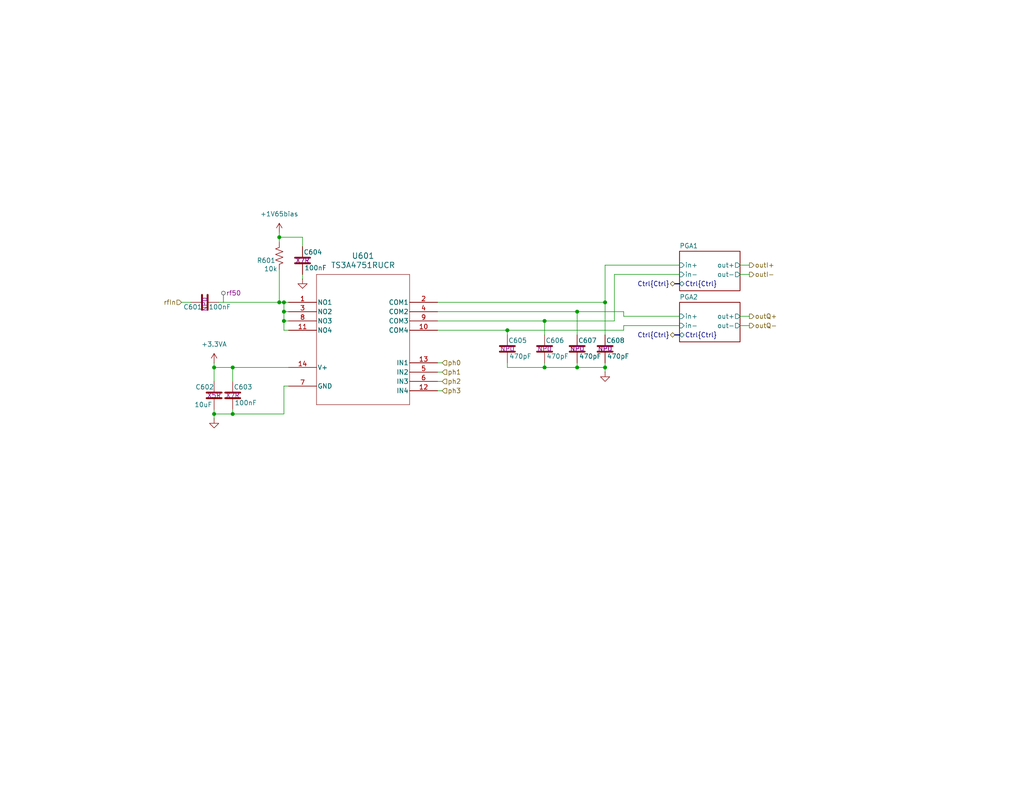
<source format=kicad_sch>
(kicad_sch (version 20250114) (generator "eeschema") (generator_version "9.0")
  (paper "USLetter")
  (title_block (title "QSD") (date "2025-10-13") (company "WB7NAB") (comment 1 "Alan Mimms"))
  (lib_symbols
    (symbol "Device:C" (pin_numbers (hide yes)) (pin_names (offset 0.254))
      (property "Reference" "C" (at 0.635 2.54 0))
      (property "Value" "C" (at 0.635 -2.54 0))
      (symbol "C_0_1"
        (polyline (pts (xy -2.032 0.762) (xy 2.032 0.762)) (stroke (width 0.508)))
        (polyline (pts (xy -2.032 -0.762) (xy 2.032 -0.762)) (stroke (width 0.508)))
      )
      (symbol "C_1_1"
        (pin passive line (at 0 3.81 270) (length 2.794) (name "~") (number "1"))
        (pin passive line (at 0 -3.81 90) (length 2.794) (name "~") (number "2"))
      )
    )
    (symbol "Device:R_US" (pin_numbers (hide yes)) (pin_names (offset 0))
      (property "Reference" "R" (at 2.54 0 90))
      (property "Value" "R_US" (at -2.54 0 90))
      (symbol "R_US_0_1"
        (polyline (pts (xy 0 2.286) (xy 0 2.54)))
        (polyline (pts (xy 0 2.286) (xy 1.016 1.905) (xy 0 1.524) (xy -1.016 1.143) (xy 0 0.762)))
        (polyline (pts (xy 0 0.762) (xy 1.016 0.381) (xy 0 0) (xy -1.016 -0.381) (xy 0 -0.762)))
        (polyline (pts (xy 0 -0.762) (xy 1.016 -1.143) (xy 0 -1.524) (xy -1.016 -1.905) (xy 0 -2.286)))
        (polyline (pts (xy 0 -2.286) (xy 0 -2.54)))
      )
      (symbol "R_US_1_1"
        (pin passive line (at 0 3.81 270) (length 1.27) (name "~") (number "1"))
        (pin passive line (at 0 -3.81 90) (length 1.27) (name "~") (number "2"))
      )
    )
    (symbol "Library:TS3A4751RUCR" (pin_names (offset 0.254))
      (property "Reference" "U" (at 20.32 12.7 0))
      (property "Value" "TS3A4751RUCR" (at 20.32 10.16 0))
      (symbol "TS3A4751RUCR_0_1"
        (polyline (pts (xy 7.62 7.62) (xy 7.62 -27.94)) (stroke (width 0.127)))
        (polyline (pts (xy 7.62 -27.94) (xy 33.02 -27.94)) (stroke (width 0.127)))
        (polyline (pts (xy 33.02 7.62) (xy 7.62 7.62)) (stroke (width 0.127)))
        (polyline (pts (xy 33.02 -27.94) (xy 33.02 7.62)) (stroke (width 0.127)))
        (pin power_in line (at 0 -17.78 0) (length 7.62) (name "V+") (number "14"))
        (pin power_in line (at 0 -22.86 0) (length 7.62) (name "GND") (number "7"))
        (pin bidirectional line (at 40.64 0 180) (length 7.62) (name "COM1") (number "2"))
        (pin bidirectional line (at 40.64 -2.54 180) (length 7.62) (name "COM2") (number "4"))
        (pin bidirectional line (at 40.64 -5.08 180) (length 7.62) (name "COM3") (number "9"))
        (pin bidirectional line (at 40.64 -7.62 180) (length 7.62) (name "COM4") (number "10"))
        (pin bidirectional line (at 40.64 -16.51 180) (length 7.62) (name "IN1") (number "13"))
        (pin input line (at 40.64 -19.05 180) (length 7.62) (name "IN2") (number "5"))
        (pin input line (at 40.64 -21.59 180) (length 7.62) (name "IN3") (number "6"))
        (pin input line (at 40.64 -24.13 180) (length 7.62) (name "IN4") (number "12"))
      )
      (symbol "TS3A4751RUCR_1_1"
        (pin input line (at 0 0 0) (length 7.62) (name "NO1") (number "1"))
        (pin bidirectional line (at 0 -2.54 0) (length 7.62) (name "NO2") (number "3"))
        (pin bidirectional line (at 0 -5.08 0) (length 7.62) (name "NO3") (number "8"))
        (pin bidirectional line (at 0 -7.62 0) (length 7.62) (name "NO4") (number "11"))
      )
    )
    (symbol "power:+1V35" (power) (pin_numbers (hide yes)) (pin_names (offset 0) (hide yes))
      (property "Value" "+1V35" (at 0 3.556 0))
      (symbol "+1V35_0_1"
        (polyline (pts (xy -0.762 1.27) (xy 0 2.54)))
        (polyline (pts (xy 0 2.54) (xy 0.762 1.27)))
        (polyline (pts (xy 0 0) (xy 0 2.54)))
      )
      (symbol "+1V35_1_1"
        (pin power_in line (at 0 0 90) (length 0) (name "~") (number "1"))
      )
    )
    (symbol "power:+3.3VA" (power) (pin_numbers (hide yes)) (pin_names (offset 0) (hide yes))
      (property "Value" "+3.3VA" (at 0 3.556 0))
      (symbol "+3.3VA_0_1"
        (polyline (pts (xy -0.762 1.27) (xy 0 2.54)))
        (polyline (pts (xy 0 2.54) (xy 0.762 1.27)))
        (polyline (pts (xy 0 0) (xy 0 2.54)))
      )
      (symbol "+3.3VA_1_1"
        (pin power_in line (at 0 0 90) (length 0) (name "~") (number "1"))
      )
    )
    (symbol "power:GND" (power) (pin_numbers (hide yes)) (pin_names (offset 0) (hide yes))
      (property "Value" "GND" (at 0 -3.81 0))
      (symbol "GND_0_1"
        (polyline (pts (xy 0 0) (xy 0 -1.27) (xy 1.27 -1.27) (xy 0 -2.54) (xy -1.27 -1.27) (xy 0 -1.27)))
      )
      (symbol "GND_1_1"
        (pin power_in line (at 0 0 270) (length 0) (name "~") (number "1"))
      )
    )
  )
  (junction (at 77.47 82.55))
  (junction (at 148.59 87.63))
  (junction (at 58.42 100.33))
  (junction (at 76.2 64.77))
  (junction (at 77.47 85.09))
  (junction (at 63.5 100.33))
  (junction (at 63.5 113.03))
  (junction (at 138.43 90.17))
  (junction (at 58.42 113.03))
  (junction (at 165.1 100.33))
  (junction (at 148.59 100.33))
  (junction (at 157.48 100.33))
  (junction (at 77.47 87.63))
  (junction (at 165.1 82.55))
  (junction (at 157.48 85.09))
  (junction (at 76.2 82.55))
  (wire (pts (xy 119.38 104.14) (xy 120.65 104.14)))
  (wire (pts (xy 148.59 87.63) (xy 167.64 87.63)))
  (wire (pts (xy 170.18 88.9) (xy 185.42 88.9)))
  (wire (pts (xy 77.47 113.03) (xy 63.5 113.03)))
  (wire (pts (xy 76.2 73.66) (xy 76.2 82.55)))
  (wire (pts (xy 63.5 111.76) (xy 63.5 113.03)))
  (wire (pts (xy 58.42 111.76) (xy 58.42 113.03)))
  (wire (pts (xy 59.69 82.55) (xy 76.2 82.55)))
  (bus (pts (xy 184.15 91.44) (xy 185.42 91.44)))
  (wire (pts (xy 58.42 100.33) (xy 63.5 100.33)))
  (wire (pts (xy 58.42 100.33) (xy 58.42 104.14)))
  (wire (pts (xy 82.55 74.93) (xy 82.55 76.2)))
  (wire (pts (xy 82.55 67.31) (xy 82.55 64.77)))
  (wire (pts (xy 77.47 85.09) (xy 78.74 85.09)))
  (wire (pts (xy 119.38 99.06) (xy 120.65 99.06)))
  (bus (pts (xy 184.15 77.47) (xy 185.42 77.47)))
  (wire (pts (xy 138.43 90.17) (xy 170.18 90.17)))
  (wire (pts (xy 148.59 100.33) (xy 157.48 100.33)))
  (wire (pts (xy 119.38 90.17) (xy 138.43 90.17)))
  (wire (pts (xy 63.5 100.33) (xy 63.5 104.14)))
  (wire (pts (xy 165.1 82.55) (xy 165.1 91.44)))
  (wire (pts (xy 76.2 63.5) (xy 76.2 64.77)))
  (wire (pts (xy 170.18 85.09) (xy 157.48 85.09)))
  (wire (pts (xy 77.47 105.41) (xy 78.74 105.41)))
  (wire (pts (xy 148.59 91.44) (xy 148.59 87.63)))
  (wire (pts (xy 201.93 74.93) (xy 204.47 74.93)))
  (wire (pts (xy 58.42 99.06) (xy 58.42 100.33)))
  (wire (pts (xy 157.48 100.33) (xy 165.1 100.33)))
  (wire (pts (xy 185.42 86.36) (xy 170.18 86.36)))
  (wire (pts (xy 77.47 87.63) (xy 77.47 90.17)))
  (wire (pts (xy 119.38 101.6) (xy 120.65 101.6)))
  (wire (pts (xy 119.38 87.63) (xy 148.59 87.63)))
  (wire (pts (xy 165.1 99.06) (xy 165.1 100.33)))
  (wire (pts (xy 138.43 99.06) (xy 138.43 100.33)))
  (wire (pts (xy 119.38 82.55) (xy 165.1 82.55)))
  (wire (pts (xy 138.43 90.17) (xy 138.43 91.44)))
  (wire (pts (xy 77.47 87.63) (xy 78.74 87.63)))
  (wire (pts (xy 58.42 113.03) (xy 58.42 114.3)))
  (wire (pts (xy 201.93 86.36) (xy 204.47 86.36)))
  (wire (pts (xy 138.43 100.33) (xy 148.59 100.33)))
  (wire (pts (xy 170.18 90.17) (xy 170.18 88.9)))
  (wire (pts (xy 157.48 85.09) (xy 157.48 91.44)))
  (wire (pts (xy 119.38 106.68) (xy 120.65 106.68)))
  (wire (pts (xy 157.48 99.06) (xy 157.48 100.33)))
  (wire (pts (xy 77.47 105.41) (xy 77.47 113.03)))
  (wire (pts (xy 185.42 72.39) (xy 165.1 72.39)))
  (wire (pts (xy 170.18 86.36) (xy 170.18 85.09)))
  (wire (pts (xy 76.2 64.77) (xy 76.2 66.04)))
  (wire (pts (xy 165.1 100.33) (xy 165.1 101.6)))
  (wire (pts (xy 78.74 90.17) (xy 77.47 90.17)))
  (wire (pts (xy 185.42 74.93) (xy 167.64 74.93)))
  (wire (pts (xy 76.2 82.55) (xy 77.47 82.55)))
  (wire (pts (xy 201.93 88.9) (xy 204.47 88.9)))
  (wire (pts (xy 148.59 99.06) (xy 148.59 100.33)))
  (wire (pts (xy 77.47 82.55) (xy 78.74 82.55)))
  (wire (pts (xy 77.47 82.55) (xy 77.47 85.09)))
  (wire (pts (xy 201.93 72.39) (xy 204.47 72.39)))
  (wire (pts (xy 167.64 74.93) (xy 167.64 87.63)))
  (wire (pts (xy 76.2 64.77) (xy 82.55 64.77)))
  (wire (pts (xy 119.38 85.09) (xy 157.48 85.09)))
  (wire (pts (xy 77.47 87.63) (xy 77.47 85.09)))
  (wire (pts (xy 58.42 113.03) (xy 63.5 113.03)))
  (wire (pts (xy 165.1 72.39) (xy 165.1 82.55)))
  (wire (pts (xy 49.53 82.55) (xy 52.07 82.55)))
  (wire (pts (xy 63.5 100.33) (xy 78.74 100.33)))
  (hierarchical_label "Ctrl{Ctrl}" (shape bidirectional) (at 184.15 91.44 180))
  (hierarchical_label "ph1" (shape input) (at 120.65 101.6 0))
  (hierarchical_label "rfIn" (shape input) (at 49.53 82.55 180))
  (hierarchical_label "outQ-" (shape output) (at 204.47 88.9 0))
  (hierarchical_label "outQ+" (shape output) (at 204.47 86.36 0))
  (hierarchical_label "ph2" (shape input) (at 120.65 104.14 0))
  (hierarchical_label "outI+" (shape output) (at 204.47 72.39 0))
  (hierarchical_label "Ctrl{Ctrl}" (shape bidirectional) (at 184.15 77.47 180))
  (hierarchical_label "ph0" (shape input) (at 120.65 99.06 0))
  (hierarchical_label "outI-" (shape output) (at 204.47 74.93 0))
  (hierarchical_label "ph3" (shape input) (at 120.65 106.68 0))
  (netclass_flag "" (length 2.54) (shape round) (at 60.96 82.55 0) (property "Netclass" "rf50" (at 61.6585 80.01 0) (effects (justify left))))
  (symbol (lib_id "Device:C") (at 63.5 107.95 0) (unit 1)
    (property "Reference" "C403" (at 63.754 105.664 0) (effects (justify left)))
    (property "Value" "100nF" (at 64.008 109.982 0) (effects (justify left)))
    (property "Footprint" "Capacitor_SMD:C_0603_1608Metric" (effects (hide yes)))
    (property "Description" "Unpolarized capacitor" (effects (hide yes)))
    (property "cap-type" "X7R" (at 63.5 107.95 0))
    (property "working-voltage" "50V" (effects (hide yes)))
    (property "Manufacturer_Name" "Kemet" (effects (hide yes)))
    (property "Manufacturer_Part_Number" "C0805F104K1RACAUTO" (effects (hide yes)))
    (property "Mouser Part Number" "80-C0805F104K1RAUTO" (effects (hide yes)))
    (instances (project "NexRig" (path "" (reference "C603") (unit 1)) (path "" (reference "C503") (unit 1)) (path "" (reference "C403") (unit 1))))
  )
  (symbol (lib_id "Device:C") (at 58.42 107.95 0) (mirror y) (unit 1)
    (property "Reference" "C402" (at 58.42 105.664 0) (effects (justify left)))
    (property "Value" "10uF" (at 57.912 110.49 0) (effects (justify left)))
    (property "Footprint" "Capacitor_SMD:C_0603_1608Metric" (effects (hide yes)))
    (property "Description" "Unpolarized capacitor" (effects (hide yes)))
    (property "cap-type" "X5R" (at 58.42 107.95 0))
    (property "working-voltage" "25V" (effects (hide yes)))
    (property "Manufacturer_Name" "Taoup Uidem" (effects (hide yes)))
    (property "Manufacturer_Part_Number" "81-GXT155R71E223KE1D" (effects (hide yes)))
    (property "Mouser Part Number" "963-MLAST168BB5106MT" (effects (hide yes)))
    (instances (project "NexRig" (path "" (reference "C602") (unit 1)) (path "" (reference "C502") (unit 1)) (path "" (reference "C402") (unit 1))))
  )
  (symbol (lib_id "Device:R_US") (at 76.2 69.85 0) (mirror y) (unit 1)
    (property "Reference" "R401" (at 75.184 71.12 0) (effects (justify left)))
    (property "Value" "10k" (at 75.692 73.406 0) (effects (justify left)))
    (property "Footprint" "Resistor_SMD:R_0402_1005Metric" (effects (hide yes)))
    (property "Description" "Resistor, US symbol" (effects (hide yes)))
    (instances (project "NexRig" (path "" (reference "R601") (unit 1)) (path "" (reference "R501") (unit 1)) (path "" (reference "R401") (unit 1))))
  )
  (symbol (lib_id "power:+1V35") (at 76.2 63.5 0) (unit 1)
    (property "Reference" "#PWR0403" (effects (hide yes)))
    (property "Value" "+1V65bias" (at 76.2 58.42 0))
    (property "Description" "Power symbol creates a global label with name \"+1V65bias\"" (effects (hide yes)))
    (instances (project "NexRig" (path "" (reference "#PWR0603") (unit 1)) (path "" (reference "#PWR0503") (unit 1)) (path "" (reference "#PWR0403") (unit 1))))
  )
  (symbol (lib_id "power:GND") (at 82.55 76.2 0) (unit 1)
    (property "Reference" "#PWR0404" (effects (hide yes)))
    (property "Value" "GND" (effects (hide yes)))
    (property "Description" "Power symbol creates a global label with name \"GND\" , ground" (effects (hide yes)))
    (instances (project "NexRx" (path "" (reference "#PWR0604") (unit 1)) (path "" (reference "#PWR0504") (unit 1)) (path "" (reference "#PWR0404") (unit 1))))
  )
  (symbol (lib_id "Device:C") (at 157.48 95.25 0) (unit 1)
    (property "Reference" "C407" (at 157.734 92.964 0) (effects (justify left)))
    (property "Value" "470pF" (at 157.988 97.282 0) (effects (justify left)))
    (property "Footprint" "Capacitor_SMD:C_0603_1608Metric" (effects (hide yes)))
    (property "Description" "Unpolarized capacitor" (effects (hide yes)))
    (property "cap-type" "NP0" (at 157.48 95.25 0))
    (property "working-voltage" "50V" (effects (hide yes)))
    (property "Manufacturer_Name" "Kyocera AVX" (effects (hide yes)))
    (property "Manufacturer_Part_Number" "KGM15ACG1H471FT" (effects (hide yes)))
    (property "Mouser Part Number" "581-KGM15ACG1H471FT" (effects (hide yes)))
    (instances (project "NexRig" (path "" (reference "C607") (unit 1)) (path "" (reference "C507") (unit 1)) (path "" (reference "C407") (unit 1))))
  )
  (symbol (lib_id "Device:C") (at 165.1 95.25 0) (unit 1)
    (property "Reference" "C408" (at 165.354 92.964 0) (effects (justify left)))
    (property "Value" "470pF" (at 165.608 97.282 0) (effects (justify left)))
    (property "Footprint" "Capacitor_SMD:C_0603_1608Metric" (effects (hide yes)))
    (property "Description" "Unpolarized capacitor" (effects (hide yes)))
    (property "cap-type" "NP0" (at 165.1 95.25 0))
    (property "working-voltage" "50V" (effects (hide yes)))
    (property "Manufacturer_Name" "Kyocera AVX" (effects (hide yes)))
    (property "Manufacturer_Part_Number" "KGM15ACG1H471FT" (effects (hide yes)))
    (property "Mouser Part Number" "581-KGM15ACG1H471FT" (effects (hide yes)))
    (instances (project "NexRig" (path "" (reference "C608") (unit 1)) (path "" (reference "C508") (unit 1)) (path "" (reference "C408") (unit 1))))
  )
  (symbol (lib_id "power:+3.3VA") (at 58.42 99.06 0) (unit 1)
    (property "Reference" "#PWR0401" (effects (hide yes)))
    (property "Value" "+3.3VA" (at 58.42 93.98 0))
    (property "Description" "Power symbol creates a global label with name \"+3.3VA\"" (effects (hide yes)))
    (instances (project "" (path "" (reference "#PWR0601") (unit 1)) (path "" (reference "#PWR0501") (unit 1)) (path "" (reference "#PWR0401") (unit 1))))
  )
  (symbol (lib_id "Device:C") (at 148.59 95.25 0) (unit 1)
    (property "Reference" "C406" (at 148.844 92.964 0) (effects (justify left)))
    (property "Value" "470pF" (at 149.098 97.282 0) (effects (justify left)))
    (property "Footprint" "Capacitor_SMD:C_0603_1608Metric" (effects (hide yes)))
    (property "Description" "Unpolarized capacitor" (effects (hide yes)))
    (property "cap-type" "NP0" (at 148.59 95.25 0))
    (property "working-voltage" "50V" (effects (hide yes)))
    (property "Manufacturer_Name" "Kyocera AVX" (effects (hide yes)))
    (property "Manufacturer_Part_Number" "KGM15ACG1H471FT" (effects (hide yes)))
    (property "Mouser Part Number" "581-KGM15ACG1H471FT" (effects (hide yes)))
    (instances (project "NexRig" (path "" (reference "C606") (unit 1)) (path "" (reference "C506") (unit 1)) (path "" (reference "C406") (unit 1))))
  )
  (symbol (lib_id "power:GND") (at 165.1 101.6 0) (unit 1)
    (property "Reference" "#PWR0405" (effects (hide yes)))
    (property "Value" "GND" (effects (hide yes)))
    (property "Description" "Power symbol creates a global label with name \"GND\" , ground" (effects (hide yes)))
    (instances (project "NexRig" (path "" (reference "#PWR0605") (unit 1)) (path "" (reference "#PWR0505") (unit 1)) (path "" (reference "#PWR0405") (unit 1))))
  )
  (symbol (lib_id "Library:TS3A4751RUCR") (at 78.74 82.55 0) (unit 1)
    (property "Reference" "U401" (at 99.06 69.85 0) (effects (font (size 1.524 1.524))))
    (property "Value" "TS3A4751RUCR" (at 99.06 72.39 0) (effects (font (size 1.524 1.524))))
    (property "Footprint" "Library:TS3A4751-RUC14" (effects (hide yes)))
    (property "Datasheet" "https://www.ti.com/lit/gpn/ts3a4751" (effects (hide yes)))
    (instances (project "NexRig" (path "" (reference "U601") (unit 1)) (path "" (reference "U501") (unit 1)) (path "" (reference "U401") (unit 1))))
  )
  (symbol (lib_id "Device:C") (at 55.88 82.55 90) (unit 1)
    (property "Reference" "C401" (at 52.578 83.82 90))
    (property "Value" "100nF" (at 59.944 83.82 90))
    (property "Footprint" "Capacitor_SMD:C_1206_3216Metric" (effects (hide yes)))
    (property "Description" "Unpolarized capacitor" (effects (hide yes)))
    (property "cap-type" "NP0" (at 55.88 83.058 0))
    (property "working-voltage" "50V" (effects (hide yes)))
    (property "Manufacturer_Name" "Murata" (effects (hide yes)))
    (property "Manufacturer_Part_Number" "GRM31C5C2A104JA01L" (effects (hide yes)))
    (property "Mouser Part Number" "81-GRM31C5C2A104JA1L " (effects (hide yes)))
    (instances (project "NexRig" (path "" (reference "C601") (unit 1)) (path "" (reference "C501") (unit 1)) (path "" (reference "C401") (unit 1))))
  )
  (symbol (lib_id "Device:C") (at 138.43 95.25 0) (unit 1)
    (property "Reference" "C405" (at 138.684 92.964 0) (effects (justify left)))
    (property "Value" "470pF" (at 138.938 97.282 0) (effects (justify left)))
    (property "Footprint" "Capacitor_SMD:C_0603_1608Metric" (effects (hide yes)))
    (property "Description" "Unpolarized capacitor" (effects (hide yes)))
    (property "cap-type" "NP0" (at 138.43 95.25 0))
    (property "working-voltage" "50V" (effects (hide yes)))
    (property "Manufacturer_Name" "Kyocera AVX" (effects (hide yes)))
    (property "Manufacturer_Part_Number" "KGM15ACG1H471FT" (effects (hide yes)))
    (property "Mouser Part Number" "581-KGM15ACG1H471FT" (effects (hide yes)))
    (instances (project "NexRig" (path "" (reference "C605") (unit 1)) (path "" (reference "C505") (unit 1)) (path "" (reference "C405") (unit 1))))
  )
  (symbol (lib_id "power:GND") (at 58.42 114.3 0) (unit 1)
    (property "Reference" "#PWR0402" (effects (hide yes)))
    (property "Value" "GND" (effects (hide yes)))
    (property "Description" "Power symbol creates a global label with name \"GND\" , ground" (effects (hide yes)))
    (instances (project "NexRig" (path "" (reference "#PWR0602") (unit 1)) (path "" (reference "#PWR0502") (unit 1)) (path "" (reference "#PWR0402") (unit 1))))
  )
  (symbol (lib_id "Device:C") (at 82.55 71.12 0) (unit 1)
    (property "Reference" "C404" (at 82.804 68.834 0) (effects (justify left)))
    (property "Value" "100nF" (at 83.058 73.152 0) (effects (justify left)))
    (property "Footprint" "Capacitor_SMD:C_0603_1608Metric" (effects (hide yes)))
    (property "Description" "Unpolarized capacitor" (effects (hide yes)))
    (property "cap-type" "X7R" (at 82.55 71.12 0))
    (property "working-voltage" "50V" (effects (hide yes)))
    (property "Manufacturer_Name" "Kemet" (effects (hide yes)))
    (property "Manufacturer_Part_Number" "C0805F104K1RACAUTO" (effects (hide yes)))
    (property "Mouser Part Number" "80-C0805F104K1RAUTO" (effects (hide yes)))
    (instances (project "NexRx" (path "" (reference "C604") (unit 1)) (path "" (reference "C504") (unit 1)) (path "" (reference "C404") (unit 1))))
  )
  (sheet (at 185.42 82.55) (size 16.51 10.795) (stroke (width 0.1524))
    (property "Sheetname" "PGA2" (at 185.42 81.8384 0) (effects (justify left bottom)))
    (property "Sheetfile" "PGA.kicad_sch" (effects (hide yes)))
    (pin "in+" input (at 185.42 86.36 180))
    (pin "in-" input (at 185.42 88.9 180))
    (pin "out+" output (at 201.93 86.36 0))
    (pin "out-" output (at 201.93 88.9 0))
    (pin "Ctrl{Ctrl}" bidirectional (at 185.42 91.44 180))
  )
  (sheet (at 185.42 68.58) (size 16.51 10.795) (stroke (width 0.1524))
    (property "Sheetname" "PGA1" (at 185.42 67.8684 0) (effects (justify left bottom)))
    (property "Sheetfile" "PGA.kicad_sch" (effects (hide yes)))
    (pin "in+" input (at 185.42 72.39 180))
    (pin "in-" input (at 185.42 74.93 180))
    (pin "out+" output (at 201.93 72.39 0))
    (pin "out-" output (at 201.93 74.93 0))
    (pin "Ctrl{Ctrl}" bidirectional (at 185.42 77.47 180))
  )
)
</source>
